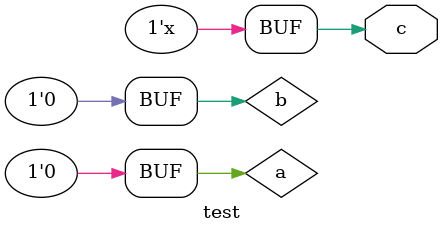
<source format=v>
module test(
  output c
);

  wire a = 0;
  wire b = 0;

  always @(*) begin
    c = a + b;
    a = 1;
  end
endmodule
</source>
